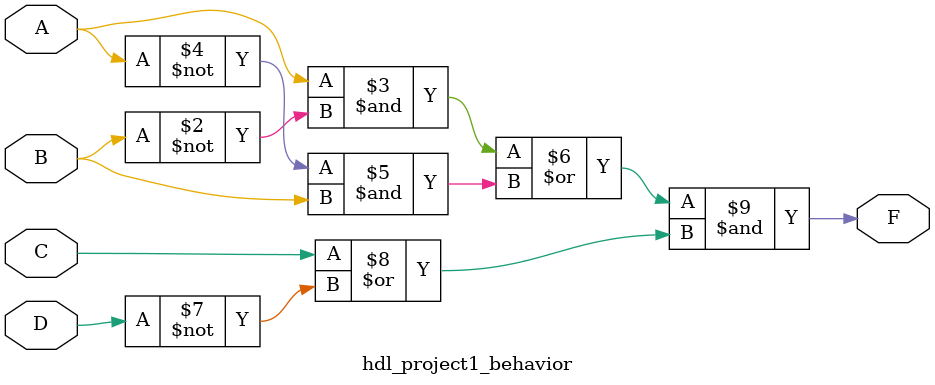
<source format=v>

`timescale 1ns / 1ps
module hdl_project1_behavior(F,A,B,C,D);
	input A,B,C,D; 
	output reg F;
	
	always @(A,B,C,D)
		begin
			F = (A&~B | ~A&B) & (C | ~D); //F = (AB' + A'B)(C+D')
		end
endmodule
</source>
